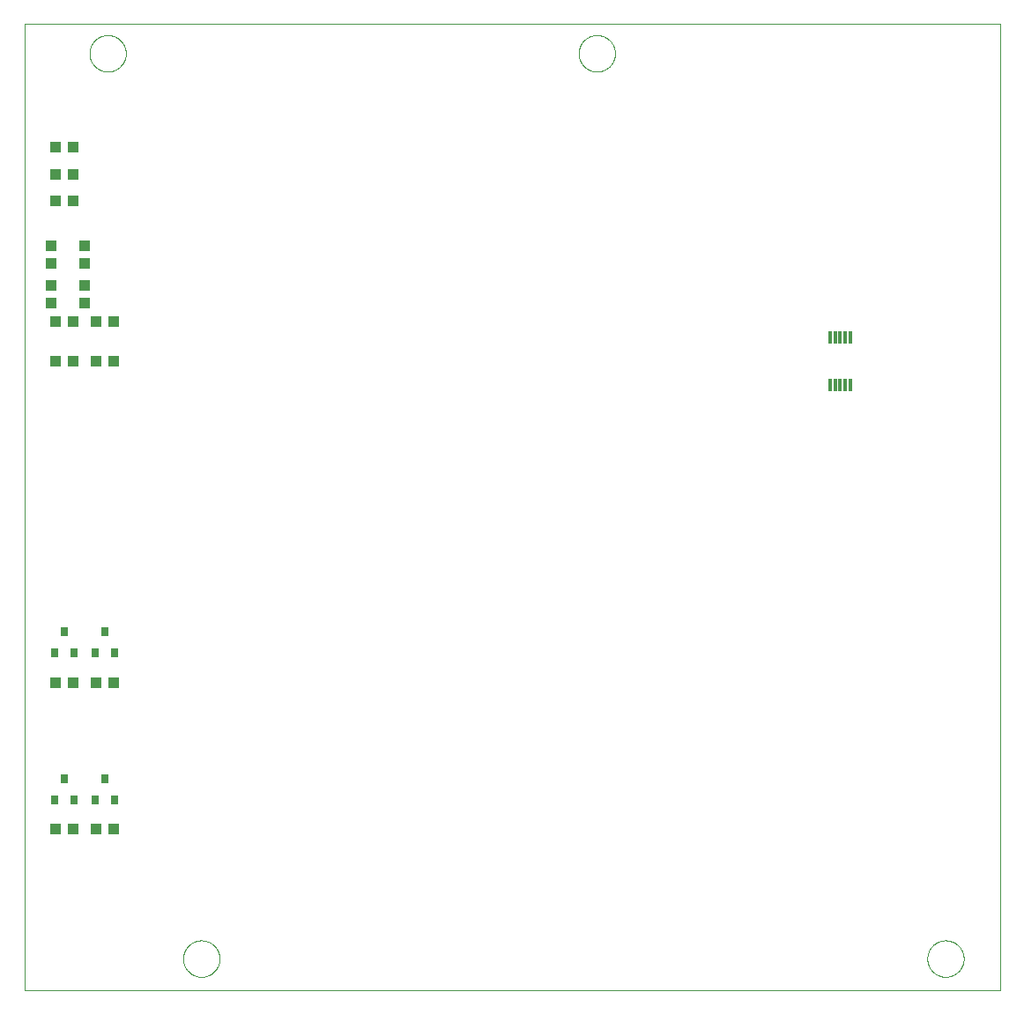
<source format=gbp>
G75*
%MOIN*%
%OFA0B0*%
%FSLAX25Y25*%
%IPPOS*%
%LPD*%
%AMOC8*
5,1,8,0,0,1.08239X$1,22.5*
%
%ADD10C,0.00000*%
%ADD11R,0.03937X0.04331*%
%ADD12R,0.04331X0.03937*%
%ADD13R,0.03150X0.03543*%
%ADD14R,0.01181X0.04724*%
D10*
X0001347Y0001000D02*
X0001347Y0366551D01*
X0370402Y0366551D01*
X0370402Y0001000D01*
X0001347Y0001000D01*
X0061386Y0012811D02*
X0061388Y0012980D01*
X0061394Y0013149D01*
X0061405Y0013318D01*
X0061419Y0013486D01*
X0061438Y0013654D01*
X0061461Y0013822D01*
X0061487Y0013989D01*
X0061518Y0014155D01*
X0061553Y0014321D01*
X0061592Y0014485D01*
X0061636Y0014649D01*
X0061683Y0014811D01*
X0061734Y0014972D01*
X0061789Y0015132D01*
X0061848Y0015291D01*
X0061910Y0015448D01*
X0061977Y0015603D01*
X0062048Y0015757D01*
X0062122Y0015909D01*
X0062200Y0016059D01*
X0062281Y0016207D01*
X0062366Y0016353D01*
X0062455Y0016497D01*
X0062547Y0016639D01*
X0062643Y0016778D01*
X0062742Y0016915D01*
X0062844Y0017050D01*
X0062950Y0017182D01*
X0063059Y0017311D01*
X0063171Y0017438D01*
X0063286Y0017562D01*
X0063404Y0017683D01*
X0063525Y0017801D01*
X0063649Y0017916D01*
X0063776Y0018028D01*
X0063905Y0018137D01*
X0064037Y0018243D01*
X0064172Y0018345D01*
X0064309Y0018444D01*
X0064448Y0018540D01*
X0064590Y0018632D01*
X0064734Y0018721D01*
X0064880Y0018806D01*
X0065028Y0018887D01*
X0065178Y0018965D01*
X0065330Y0019039D01*
X0065484Y0019110D01*
X0065639Y0019177D01*
X0065796Y0019239D01*
X0065955Y0019298D01*
X0066115Y0019353D01*
X0066276Y0019404D01*
X0066438Y0019451D01*
X0066602Y0019495D01*
X0066766Y0019534D01*
X0066932Y0019569D01*
X0067098Y0019600D01*
X0067265Y0019626D01*
X0067433Y0019649D01*
X0067601Y0019668D01*
X0067769Y0019682D01*
X0067938Y0019693D01*
X0068107Y0019699D01*
X0068276Y0019701D01*
X0068445Y0019699D01*
X0068614Y0019693D01*
X0068783Y0019682D01*
X0068951Y0019668D01*
X0069119Y0019649D01*
X0069287Y0019626D01*
X0069454Y0019600D01*
X0069620Y0019569D01*
X0069786Y0019534D01*
X0069950Y0019495D01*
X0070114Y0019451D01*
X0070276Y0019404D01*
X0070437Y0019353D01*
X0070597Y0019298D01*
X0070756Y0019239D01*
X0070913Y0019177D01*
X0071068Y0019110D01*
X0071222Y0019039D01*
X0071374Y0018965D01*
X0071524Y0018887D01*
X0071672Y0018806D01*
X0071818Y0018721D01*
X0071962Y0018632D01*
X0072104Y0018540D01*
X0072243Y0018444D01*
X0072380Y0018345D01*
X0072515Y0018243D01*
X0072647Y0018137D01*
X0072776Y0018028D01*
X0072903Y0017916D01*
X0073027Y0017801D01*
X0073148Y0017683D01*
X0073266Y0017562D01*
X0073381Y0017438D01*
X0073493Y0017311D01*
X0073602Y0017182D01*
X0073708Y0017050D01*
X0073810Y0016915D01*
X0073909Y0016778D01*
X0074005Y0016639D01*
X0074097Y0016497D01*
X0074186Y0016353D01*
X0074271Y0016207D01*
X0074352Y0016059D01*
X0074430Y0015909D01*
X0074504Y0015757D01*
X0074575Y0015603D01*
X0074642Y0015448D01*
X0074704Y0015291D01*
X0074763Y0015132D01*
X0074818Y0014972D01*
X0074869Y0014811D01*
X0074916Y0014649D01*
X0074960Y0014485D01*
X0074999Y0014321D01*
X0075034Y0014155D01*
X0075065Y0013989D01*
X0075091Y0013822D01*
X0075114Y0013654D01*
X0075133Y0013486D01*
X0075147Y0013318D01*
X0075158Y0013149D01*
X0075164Y0012980D01*
X0075166Y0012811D01*
X0075164Y0012642D01*
X0075158Y0012473D01*
X0075147Y0012304D01*
X0075133Y0012136D01*
X0075114Y0011968D01*
X0075091Y0011800D01*
X0075065Y0011633D01*
X0075034Y0011467D01*
X0074999Y0011301D01*
X0074960Y0011137D01*
X0074916Y0010973D01*
X0074869Y0010811D01*
X0074818Y0010650D01*
X0074763Y0010490D01*
X0074704Y0010331D01*
X0074642Y0010174D01*
X0074575Y0010019D01*
X0074504Y0009865D01*
X0074430Y0009713D01*
X0074352Y0009563D01*
X0074271Y0009415D01*
X0074186Y0009269D01*
X0074097Y0009125D01*
X0074005Y0008983D01*
X0073909Y0008844D01*
X0073810Y0008707D01*
X0073708Y0008572D01*
X0073602Y0008440D01*
X0073493Y0008311D01*
X0073381Y0008184D01*
X0073266Y0008060D01*
X0073148Y0007939D01*
X0073027Y0007821D01*
X0072903Y0007706D01*
X0072776Y0007594D01*
X0072647Y0007485D01*
X0072515Y0007379D01*
X0072380Y0007277D01*
X0072243Y0007178D01*
X0072104Y0007082D01*
X0071962Y0006990D01*
X0071818Y0006901D01*
X0071672Y0006816D01*
X0071524Y0006735D01*
X0071374Y0006657D01*
X0071222Y0006583D01*
X0071068Y0006512D01*
X0070913Y0006445D01*
X0070756Y0006383D01*
X0070597Y0006324D01*
X0070437Y0006269D01*
X0070276Y0006218D01*
X0070114Y0006171D01*
X0069950Y0006127D01*
X0069786Y0006088D01*
X0069620Y0006053D01*
X0069454Y0006022D01*
X0069287Y0005996D01*
X0069119Y0005973D01*
X0068951Y0005954D01*
X0068783Y0005940D01*
X0068614Y0005929D01*
X0068445Y0005923D01*
X0068276Y0005921D01*
X0068107Y0005923D01*
X0067938Y0005929D01*
X0067769Y0005940D01*
X0067601Y0005954D01*
X0067433Y0005973D01*
X0067265Y0005996D01*
X0067098Y0006022D01*
X0066932Y0006053D01*
X0066766Y0006088D01*
X0066602Y0006127D01*
X0066438Y0006171D01*
X0066276Y0006218D01*
X0066115Y0006269D01*
X0065955Y0006324D01*
X0065796Y0006383D01*
X0065639Y0006445D01*
X0065484Y0006512D01*
X0065330Y0006583D01*
X0065178Y0006657D01*
X0065028Y0006735D01*
X0064880Y0006816D01*
X0064734Y0006901D01*
X0064590Y0006990D01*
X0064448Y0007082D01*
X0064309Y0007178D01*
X0064172Y0007277D01*
X0064037Y0007379D01*
X0063905Y0007485D01*
X0063776Y0007594D01*
X0063649Y0007706D01*
X0063525Y0007821D01*
X0063404Y0007939D01*
X0063286Y0008060D01*
X0063171Y0008184D01*
X0063059Y0008311D01*
X0062950Y0008440D01*
X0062844Y0008572D01*
X0062742Y0008707D01*
X0062643Y0008844D01*
X0062547Y0008983D01*
X0062455Y0009125D01*
X0062366Y0009269D01*
X0062281Y0009415D01*
X0062200Y0009563D01*
X0062122Y0009713D01*
X0062048Y0009865D01*
X0061977Y0010019D01*
X0061910Y0010174D01*
X0061848Y0010331D01*
X0061789Y0010490D01*
X0061734Y0010650D01*
X0061683Y0010811D01*
X0061636Y0010973D01*
X0061592Y0011137D01*
X0061553Y0011301D01*
X0061518Y0011467D01*
X0061487Y0011633D01*
X0061461Y0011800D01*
X0061438Y0011968D01*
X0061419Y0012136D01*
X0061405Y0012304D01*
X0061394Y0012473D01*
X0061388Y0012642D01*
X0061386Y0012811D01*
X0342882Y0012811D02*
X0342884Y0012980D01*
X0342890Y0013149D01*
X0342901Y0013318D01*
X0342915Y0013486D01*
X0342934Y0013654D01*
X0342957Y0013822D01*
X0342983Y0013989D01*
X0343014Y0014155D01*
X0343049Y0014321D01*
X0343088Y0014485D01*
X0343132Y0014649D01*
X0343179Y0014811D01*
X0343230Y0014972D01*
X0343285Y0015132D01*
X0343344Y0015291D01*
X0343406Y0015448D01*
X0343473Y0015603D01*
X0343544Y0015757D01*
X0343618Y0015909D01*
X0343696Y0016059D01*
X0343777Y0016207D01*
X0343862Y0016353D01*
X0343951Y0016497D01*
X0344043Y0016639D01*
X0344139Y0016778D01*
X0344238Y0016915D01*
X0344340Y0017050D01*
X0344446Y0017182D01*
X0344555Y0017311D01*
X0344667Y0017438D01*
X0344782Y0017562D01*
X0344900Y0017683D01*
X0345021Y0017801D01*
X0345145Y0017916D01*
X0345272Y0018028D01*
X0345401Y0018137D01*
X0345533Y0018243D01*
X0345668Y0018345D01*
X0345805Y0018444D01*
X0345944Y0018540D01*
X0346086Y0018632D01*
X0346230Y0018721D01*
X0346376Y0018806D01*
X0346524Y0018887D01*
X0346674Y0018965D01*
X0346826Y0019039D01*
X0346980Y0019110D01*
X0347135Y0019177D01*
X0347292Y0019239D01*
X0347451Y0019298D01*
X0347611Y0019353D01*
X0347772Y0019404D01*
X0347934Y0019451D01*
X0348098Y0019495D01*
X0348262Y0019534D01*
X0348428Y0019569D01*
X0348594Y0019600D01*
X0348761Y0019626D01*
X0348929Y0019649D01*
X0349097Y0019668D01*
X0349265Y0019682D01*
X0349434Y0019693D01*
X0349603Y0019699D01*
X0349772Y0019701D01*
X0349941Y0019699D01*
X0350110Y0019693D01*
X0350279Y0019682D01*
X0350447Y0019668D01*
X0350615Y0019649D01*
X0350783Y0019626D01*
X0350950Y0019600D01*
X0351116Y0019569D01*
X0351282Y0019534D01*
X0351446Y0019495D01*
X0351610Y0019451D01*
X0351772Y0019404D01*
X0351933Y0019353D01*
X0352093Y0019298D01*
X0352252Y0019239D01*
X0352409Y0019177D01*
X0352564Y0019110D01*
X0352718Y0019039D01*
X0352870Y0018965D01*
X0353020Y0018887D01*
X0353168Y0018806D01*
X0353314Y0018721D01*
X0353458Y0018632D01*
X0353600Y0018540D01*
X0353739Y0018444D01*
X0353876Y0018345D01*
X0354011Y0018243D01*
X0354143Y0018137D01*
X0354272Y0018028D01*
X0354399Y0017916D01*
X0354523Y0017801D01*
X0354644Y0017683D01*
X0354762Y0017562D01*
X0354877Y0017438D01*
X0354989Y0017311D01*
X0355098Y0017182D01*
X0355204Y0017050D01*
X0355306Y0016915D01*
X0355405Y0016778D01*
X0355501Y0016639D01*
X0355593Y0016497D01*
X0355682Y0016353D01*
X0355767Y0016207D01*
X0355848Y0016059D01*
X0355926Y0015909D01*
X0356000Y0015757D01*
X0356071Y0015603D01*
X0356138Y0015448D01*
X0356200Y0015291D01*
X0356259Y0015132D01*
X0356314Y0014972D01*
X0356365Y0014811D01*
X0356412Y0014649D01*
X0356456Y0014485D01*
X0356495Y0014321D01*
X0356530Y0014155D01*
X0356561Y0013989D01*
X0356587Y0013822D01*
X0356610Y0013654D01*
X0356629Y0013486D01*
X0356643Y0013318D01*
X0356654Y0013149D01*
X0356660Y0012980D01*
X0356662Y0012811D01*
X0356660Y0012642D01*
X0356654Y0012473D01*
X0356643Y0012304D01*
X0356629Y0012136D01*
X0356610Y0011968D01*
X0356587Y0011800D01*
X0356561Y0011633D01*
X0356530Y0011467D01*
X0356495Y0011301D01*
X0356456Y0011137D01*
X0356412Y0010973D01*
X0356365Y0010811D01*
X0356314Y0010650D01*
X0356259Y0010490D01*
X0356200Y0010331D01*
X0356138Y0010174D01*
X0356071Y0010019D01*
X0356000Y0009865D01*
X0355926Y0009713D01*
X0355848Y0009563D01*
X0355767Y0009415D01*
X0355682Y0009269D01*
X0355593Y0009125D01*
X0355501Y0008983D01*
X0355405Y0008844D01*
X0355306Y0008707D01*
X0355204Y0008572D01*
X0355098Y0008440D01*
X0354989Y0008311D01*
X0354877Y0008184D01*
X0354762Y0008060D01*
X0354644Y0007939D01*
X0354523Y0007821D01*
X0354399Y0007706D01*
X0354272Y0007594D01*
X0354143Y0007485D01*
X0354011Y0007379D01*
X0353876Y0007277D01*
X0353739Y0007178D01*
X0353600Y0007082D01*
X0353458Y0006990D01*
X0353314Y0006901D01*
X0353168Y0006816D01*
X0353020Y0006735D01*
X0352870Y0006657D01*
X0352718Y0006583D01*
X0352564Y0006512D01*
X0352409Y0006445D01*
X0352252Y0006383D01*
X0352093Y0006324D01*
X0351933Y0006269D01*
X0351772Y0006218D01*
X0351610Y0006171D01*
X0351446Y0006127D01*
X0351282Y0006088D01*
X0351116Y0006053D01*
X0350950Y0006022D01*
X0350783Y0005996D01*
X0350615Y0005973D01*
X0350447Y0005954D01*
X0350279Y0005940D01*
X0350110Y0005929D01*
X0349941Y0005923D01*
X0349772Y0005921D01*
X0349603Y0005923D01*
X0349434Y0005929D01*
X0349265Y0005940D01*
X0349097Y0005954D01*
X0348929Y0005973D01*
X0348761Y0005996D01*
X0348594Y0006022D01*
X0348428Y0006053D01*
X0348262Y0006088D01*
X0348098Y0006127D01*
X0347934Y0006171D01*
X0347772Y0006218D01*
X0347611Y0006269D01*
X0347451Y0006324D01*
X0347292Y0006383D01*
X0347135Y0006445D01*
X0346980Y0006512D01*
X0346826Y0006583D01*
X0346674Y0006657D01*
X0346524Y0006735D01*
X0346376Y0006816D01*
X0346230Y0006901D01*
X0346086Y0006990D01*
X0345944Y0007082D01*
X0345805Y0007178D01*
X0345668Y0007277D01*
X0345533Y0007379D01*
X0345401Y0007485D01*
X0345272Y0007594D01*
X0345145Y0007706D01*
X0345021Y0007821D01*
X0344900Y0007939D01*
X0344782Y0008060D01*
X0344667Y0008184D01*
X0344555Y0008311D01*
X0344446Y0008440D01*
X0344340Y0008572D01*
X0344238Y0008707D01*
X0344139Y0008844D01*
X0344043Y0008983D01*
X0343951Y0009125D01*
X0343862Y0009269D01*
X0343777Y0009415D01*
X0343696Y0009563D01*
X0343618Y0009713D01*
X0343544Y0009865D01*
X0343473Y0010019D01*
X0343406Y0010174D01*
X0343344Y0010331D01*
X0343285Y0010490D01*
X0343230Y0010650D01*
X0343179Y0010811D01*
X0343132Y0010973D01*
X0343088Y0011137D01*
X0343049Y0011301D01*
X0343014Y0011467D01*
X0342983Y0011633D01*
X0342957Y0011800D01*
X0342934Y0011968D01*
X0342915Y0012136D01*
X0342901Y0012304D01*
X0342890Y0012473D01*
X0342884Y0012642D01*
X0342882Y0012811D01*
X0210993Y0355331D02*
X0210995Y0355500D01*
X0211001Y0355669D01*
X0211012Y0355838D01*
X0211026Y0356006D01*
X0211045Y0356174D01*
X0211068Y0356342D01*
X0211094Y0356509D01*
X0211125Y0356675D01*
X0211160Y0356841D01*
X0211199Y0357005D01*
X0211243Y0357169D01*
X0211290Y0357331D01*
X0211341Y0357492D01*
X0211396Y0357652D01*
X0211455Y0357811D01*
X0211517Y0357968D01*
X0211584Y0358123D01*
X0211655Y0358277D01*
X0211729Y0358429D01*
X0211807Y0358579D01*
X0211888Y0358727D01*
X0211973Y0358873D01*
X0212062Y0359017D01*
X0212154Y0359159D01*
X0212250Y0359298D01*
X0212349Y0359435D01*
X0212451Y0359570D01*
X0212557Y0359702D01*
X0212666Y0359831D01*
X0212778Y0359958D01*
X0212893Y0360082D01*
X0213011Y0360203D01*
X0213132Y0360321D01*
X0213256Y0360436D01*
X0213383Y0360548D01*
X0213512Y0360657D01*
X0213644Y0360763D01*
X0213779Y0360865D01*
X0213916Y0360964D01*
X0214055Y0361060D01*
X0214197Y0361152D01*
X0214341Y0361241D01*
X0214487Y0361326D01*
X0214635Y0361407D01*
X0214785Y0361485D01*
X0214937Y0361559D01*
X0215091Y0361630D01*
X0215246Y0361697D01*
X0215403Y0361759D01*
X0215562Y0361818D01*
X0215722Y0361873D01*
X0215883Y0361924D01*
X0216045Y0361971D01*
X0216209Y0362015D01*
X0216373Y0362054D01*
X0216539Y0362089D01*
X0216705Y0362120D01*
X0216872Y0362146D01*
X0217040Y0362169D01*
X0217208Y0362188D01*
X0217376Y0362202D01*
X0217545Y0362213D01*
X0217714Y0362219D01*
X0217883Y0362221D01*
X0218052Y0362219D01*
X0218221Y0362213D01*
X0218390Y0362202D01*
X0218558Y0362188D01*
X0218726Y0362169D01*
X0218894Y0362146D01*
X0219061Y0362120D01*
X0219227Y0362089D01*
X0219393Y0362054D01*
X0219557Y0362015D01*
X0219721Y0361971D01*
X0219883Y0361924D01*
X0220044Y0361873D01*
X0220204Y0361818D01*
X0220363Y0361759D01*
X0220520Y0361697D01*
X0220675Y0361630D01*
X0220829Y0361559D01*
X0220981Y0361485D01*
X0221131Y0361407D01*
X0221279Y0361326D01*
X0221425Y0361241D01*
X0221569Y0361152D01*
X0221711Y0361060D01*
X0221850Y0360964D01*
X0221987Y0360865D01*
X0222122Y0360763D01*
X0222254Y0360657D01*
X0222383Y0360548D01*
X0222510Y0360436D01*
X0222634Y0360321D01*
X0222755Y0360203D01*
X0222873Y0360082D01*
X0222988Y0359958D01*
X0223100Y0359831D01*
X0223209Y0359702D01*
X0223315Y0359570D01*
X0223417Y0359435D01*
X0223516Y0359298D01*
X0223612Y0359159D01*
X0223704Y0359017D01*
X0223793Y0358873D01*
X0223878Y0358727D01*
X0223959Y0358579D01*
X0224037Y0358429D01*
X0224111Y0358277D01*
X0224182Y0358123D01*
X0224249Y0357968D01*
X0224311Y0357811D01*
X0224370Y0357652D01*
X0224425Y0357492D01*
X0224476Y0357331D01*
X0224523Y0357169D01*
X0224567Y0357005D01*
X0224606Y0356841D01*
X0224641Y0356675D01*
X0224672Y0356509D01*
X0224698Y0356342D01*
X0224721Y0356174D01*
X0224740Y0356006D01*
X0224754Y0355838D01*
X0224765Y0355669D01*
X0224771Y0355500D01*
X0224773Y0355331D01*
X0224771Y0355162D01*
X0224765Y0354993D01*
X0224754Y0354824D01*
X0224740Y0354656D01*
X0224721Y0354488D01*
X0224698Y0354320D01*
X0224672Y0354153D01*
X0224641Y0353987D01*
X0224606Y0353821D01*
X0224567Y0353657D01*
X0224523Y0353493D01*
X0224476Y0353331D01*
X0224425Y0353170D01*
X0224370Y0353010D01*
X0224311Y0352851D01*
X0224249Y0352694D01*
X0224182Y0352539D01*
X0224111Y0352385D01*
X0224037Y0352233D01*
X0223959Y0352083D01*
X0223878Y0351935D01*
X0223793Y0351789D01*
X0223704Y0351645D01*
X0223612Y0351503D01*
X0223516Y0351364D01*
X0223417Y0351227D01*
X0223315Y0351092D01*
X0223209Y0350960D01*
X0223100Y0350831D01*
X0222988Y0350704D01*
X0222873Y0350580D01*
X0222755Y0350459D01*
X0222634Y0350341D01*
X0222510Y0350226D01*
X0222383Y0350114D01*
X0222254Y0350005D01*
X0222122Y0349899D01*
X0221987Y0349797D01*
X0221850Y0349698D01*
X0221711Y0349602D01*
X0221569Y0349510D01*
X0221425Y0349421D01*
X0221279Y0349336D01*
X0221131Y0349255D01*
X0220981Y0349177D01*
X0220829Y0349103D01*
X0220675Y0349032D01*
X0220520Y0348965D01*
X0220363Y0348903D01*
X0220204Y0348844D01*
X0220044Y0348789D01*
X0219883Y0348738D01*
X0219721Y0348691D01*
X0219557Y0348647D01*
X0219393Y0348608D01*
X0219227Y0348573D01*
X0219061Y0348542D01*
X0218894Y0348516D01*
X0218726Y0348493D01*
X0218558Y0348474D01*
X0218390Y0348460D01*
X0218221Y0348449D01*
X0218052Y0348443D01*
X0217883Y0348441D01*
X0217714Y0348443D01*
X0217545Y0348449D01*
X0217376Y0348460D01*
X0217208Y0348474D01*
X0217040Y0348493D01*
X0216872Y0348516D01*
X0216705Y0348542D01*
X0216539Y0348573D01*
X0216373Y0348608D01*
X0216209Y0348647D01*
X0216045Y0348691D01*
X0215883Y0348738D01*
X0215722Y0348789D01*
X0215562Y0348844D01*
X0215403Y0348903D01*
X0215246Y0348965D01*
X0215091Y0349032D01*
X0214937Y0349103D01*
X0214785Y0349177D01*
X0214635Y0349255D01*
X0214487Y0349336D01*
X0214341Y0349421D01*
X0214197Y0349510D01*
X0214055Y0349602D01*
X0213916Y0349698D01*
X0213779Y0349797D01*
X0213644Y0349899D01*
X0213512Y0350005D01*
X0213383Y0350114D01*
X0213256Y0350226D01*
X0213132Y0350341D01*
X0213011Y0350459D01*
X0212893Y0350580D01*
X0212778Y0350704D01*
X0212666Y0350831D01*
X0212557Y0350960D01*
X0212451Y0351092D01*
X0212349Y0351227D01*
X0212250Y0351364D01*
X0212154Y0351503D01*
X0212062Y0351645D01*
X0211973Y0351789D01*
X0211888Y0351935D01*
X0211807Y0352083D01*
X0211729Y0352233D01*
X0211655Y0352385D01*
X0211584Y0352539D01*
X0211517Y0352694D01*
X0211455Y0352851D01*
X0211396Y0353010D01*
X0211341Y0353170D01*
X0211290Y0353331D01*
X0211243Y0353493D01*
X0211199Y0353657D01*
X0211160Y0353821D01*
X0211125Y0353987D01*
X0211094Y0354153D01*
X0211068Y0354320D01*
X0211045Y0354488D01*
X0211026Y0354656D01*
X0211012Y0354824D01*
X0211001Y0354993D01*
X0210995Y0355162D01*
X0210993Y0355331D01*
X0025953Y0355331D02*
X0025955Y0355500D01*
X0025961Y0355669D01*
X0025972Y0355838D01*
X0025986Y0356006D01*
X0026005Y0356174D01*
X0026028Y0356342D01*
X0026054Y0356509D01*
X0026085Y0356675D01*
X0026120Y0356841D01*
X0026159Y0357005D01*
X0026203Y0357169D01*
X0026250Y0357331D01*
X0026301Y0357492D01*
X0026356Y0357652D01*
X0026415Y0357811D01*
X0026477Y0357968D01*
X0026544Y0358123D01*
X0026615Y0358277D01*
X0026689Y0358429D01*
X0026767Y0358579D01*
X0026848Y0358727D01*
X0026933Y0358873D01*
X0027022Y0359017D01*
X0027114Y0359159D01*
X0027210Y0359298D01*
X0027309Y0359435D01*
X0027411Y0359570D01*
X0027517Y0359702D01*
X0027626Y0359831D01*
X0027738Y0359958D01*
X0027853Y0360082D01*
X0027971Y0360203D01*
X0028092Y0360321D01*
X0028216Y0360436D01*
X0028343Y0360548D01*
X0028472Y0360657D01*
X0028604Y0360763D01*
X0028739Y0360865D01*
X0028876Y0360964D01*
X0029015Y0361060D01*
X0029157Y0361152D01*
X0029301Y0361241D01*
X0029447Y0361326D01*
X0029595Y0361407D01*
X0029745Y0361485D01*
X0029897Y0361559D01*
X0030051Y0361630D01*
X0030206Y0361697D01*
X0030363Y0361759D01*
X0030522Y0361818D01*
X0030682Y0361873D01*
X0030843Y0361924D01*
X0031005Y0361971D01*
X0031169Y0362015D01*
X0031333Y0362054D01*
X0031499Y0362089D01*
X0031665Y0362120D01*
X0031832Y0362146D01*
X0032000Y0362169D01*
X0032168Y0362188D01*
X0032336Y0362202D01*
X0032505Y0362213D01*
X0032674Y0362219D01*
X0032843Y0362221D01*
X0033012Y0362219D01*
X0033181Y0362213D01*
X0033350Y0362202D01*
X0033518Y0362188D01*
X0033686Y0362169D01*
X0033854Y0362146D01*
X0034021Y0362120D01*
X0034187Y0362089D01*
X0034353Y0362054D01*
X0034517Y0362015D01*
X0034681Y0361971D01*
X0034843Y0361924D01*
X0035004Y0361873D01*
X0035164Y0361818D01*
X0035323Y0361759D01*
X0035480Y0361697D01*
X0035635Y0361630D01*
X0035789Y0361559D01*
X0035941Y0361485D01*
X0036091Y0361407D01*
X0036239Y0361326D01*
X0036385Y0361241D01*
X0036529Y0361152D01*
X0036671Y0361060D01*
X0036810Y0360964D01*
X0036947Y0360865D01*
X0037082Y0360763D01*
X0037214Y0360657D01*
X0037343Y0360548D01*
X0037470Y0360436D01*
X0037594Y0360321D01*
X0037715Y0360203D01*
X0037833Y0360082D01*
X0037948Y0359958D01*
X0038060Y0359831D01*
X0038169Y0359702D01*
X0038275Y0359570D01*
X0038377Y0359435D01*
X0038476Y0359298D01*
X0038572Y0359159D01*
X0038664Y0359017D01*
X0038753Y0358873D01*
X0038838Y0358727D01*
X0038919Y0358579D01*
X0038997Y0358429D01*
X0039071Y0358277D01*
X0039142Y0358123D01*
X0039209Y0357968D01*
X0039271Y0357811D01*
X0039330Y0357652D01*
X0039385Y0357492D01*
X0039436Y0357331D01*
X0039483Y0357169D01*
X0039527Y0357005D01*
X0039566Y0356841D01*
X0039601Y0356675D01*
X0039632Y0356509D01*
X0039658Y0356342D01*
X0039681Y0356174D01*
X0039700Y0356006D01*
X0039714Y0355838D01*
X0039725Y0355669D01*
X0039731Y0355500D01*
X0039733Y0355331D01*
X0039731Y0355162D01*
X0039725Y0354993D01*
X0039714Y0354824D01*
X0039700Y0354656D01*
X0039681Y0354488D01*
X0039658Y0354320D01*
X0039632Y0354153D01*
X0039601Y0353987D01*
X0039566Y0353821D01*
X0039527Y0353657D01*
X0039483Y0353493D01*
X0039436Y0353331D01*
X0039385Y0353170D01*
X0039330Y0353010D01*
X0039271Y0352851D01*
X0039209Y0352694D01*
X0039142Y0352539D01*
X0039071Y0352385D01*
X0038997Y0352233D01*
X0038919Y0352083D01*
X0038838Y0351935D01*
X0038753Y0351789D01*
X0038664Y0351645D01*
X0038572Y0351503D01*
X0038476Y0351364D01*
X0038377Y0351227D01*
X0038275Y0351092D01*
X0038169Y0350960D01*
X0038060Y0350831D01*
X0037948Y0350704D01*
X0037833Y0350580D01*
X0037715Y0350459D01*
X0037594Y0350341D01*
X0037470Y0350226D01*
X0037343Y0350114D01*
X0037214Y0350005D01*
X0037082Y0349899D01*
X0036947Y0349797D01*
X0036810Y0349698D01*
X0036671Y0349602D01*
X0036529Y0349510D01*
X0036385Y0349421D01*
X0036239Y0349336D01*
X0036091Y0349255D01*
X0035941Y0349177D01*
X0035789Y0349103D01*
X0035635Y0349032D01*
X0035480Y0348965D01*
X0035323Y0348903D01*
X0035164Y0348844D01*
X0035004Y0348789D01*
X0034843Y0348738D01*
X0034681Y0348691D01*
X0034517Y0348647D01*
X0034353Y0348608D01*
X0034187Y0348573D01*
X0034021Y0348542D01*
X0033854Y0348516D01*
X0033686Y0348493D01*
X0033518Y0348474D01*
X0033350Y0348460D01*
X0033181Y0348449D01*
X0033012Y0348443D01*
X0032843Y0348441D01*
X0032674Y0348443D01*
X0032505Y0348449D01*
X0032336Y0348460D01*
X0032168Y0348474D01*
X0032000Y0348493D01*
X0031832Y0348516D01*
X0031665Y0348542D01*
X0031499Y0348573D01*
X0031333Y0348608D01*
X0031169Y0348647D01*
X0031005Y0348691D01*
X0030843Y0348738D01*
X0030682Y0348789D01*
X0030522Y0348844D01*
X0030363Y0348903D01*
X0030206Y0348965D01*
X0030051Y0349032D01*
X0029897Y0349103D01*
X0029745Y0349177D01*
X0029595Y0349255D01*
X0029447Y0349336D01*
X0029301Y0349421D01*
X0029157Y0349510D01*
X0029015Y0349602D01*
X0028876Y0349698D01*
X0028739Y0349797D01*
X0028604Y0349899D01*
X0028472Y0350005D01*
X0028343Y0350114D01*
X0028216Y0350226D01*
X0028092Y0350341D01*
X0027971Y0350459D01*
X0027853Y0350580D01*
X0027738Y0350704D01*
X0027626Y0350831D01*
X0027517Y0350960D01*
X0027411Y0351092D01*
X0027309Y0351227D01*
X0027210Y0351364D01*
X0027114Y0351503D01*
X0027022Y0351645D01*
X0026933Y0351789D01*
X0026848Y0351935D01*
X0026767Y0352083D01*
X0026689Y0352233D01*
X0026615Y0352385D01*
X0026544Y0352539D01*
X0026477Y0352694D01*
X0026415Y0352851D01*
X0026356Y0353010D01*
X0026301Y0353170D01*
X0026250Y0353331D01*
X0026203Y0353493D01*
X0026159Y0353657D01*
X0026120Y0353821D01*
X0026085Y0353987D01*
X0026054Y0354153D01*
X0026028Y0354320D01*
X0026005Y0354488D01*
X0025986Y0354656D01*
X0025972Y0354824D01*
X0025961Y0354993D01*
X0025955Y0355162D01*
X0025953Y0355331D01*
D11*
X0019871Y0319720D03*
X0013178Y0319720D03*
X0013178Y0309602D03*
X0019871Y0309602D03*
X0019871Y0299484D03*
X0013178Y0299484D03*
X0013178Y0253953D03*
X0019871Y0253953D03*
X0028355Y0253953D03*
X0035048Y0253953D03*
X0035048Y0238776D03*
X0028355Y0238776D03*
X0019871Y0238776D03*
X0013178Y0238776D03*
X0013178Y0117358D03*
X0019871Y0117358D03*
X0028355Y0117358D03*
X0035048Y0117358D03*
X0035048Y0061709D03*
X0028355Y0061709D03*
X0019871Y0061709D03*
X0013178Y0061709D03*
D12*
X0011465Y0260724D03*
X0011465Y0267417D03*
X0011465Y0275902D03*
X0011465Y0282594D03*
X0024113Y0282594D03*
X0024113Y0275902D03*
X0024113Y0267417D03*
X0024113Y0260724D03*
D13*
X0031701Y0136472D03*
X0027961Y0128598D03*
X0035442Y0128598D03*
X0020264Y0128598D03*
X0012784Y0128598D03*
X0016524Y0136472D03*
X0016524Y0080823D03*
X0012784Y0072949D03*
X0020264Y0072949D03*
X0027961Y0072949D03*
X0035442Y0072949D03*
X0031701Y0080823D03*
D14*
X0306013Y0229720D03*
X0307981Y0229720D03*
X0309950Y0229720D03*
X0311918Y0229720D03*
X0313887Y0229720D03*
X0313887Y0247831D03*
X0311918Y0247831D03*
X0309950Y0247831D03*
X0307981Y0247831D03*
X0306013Y0247831D03*
M02*

</source>
